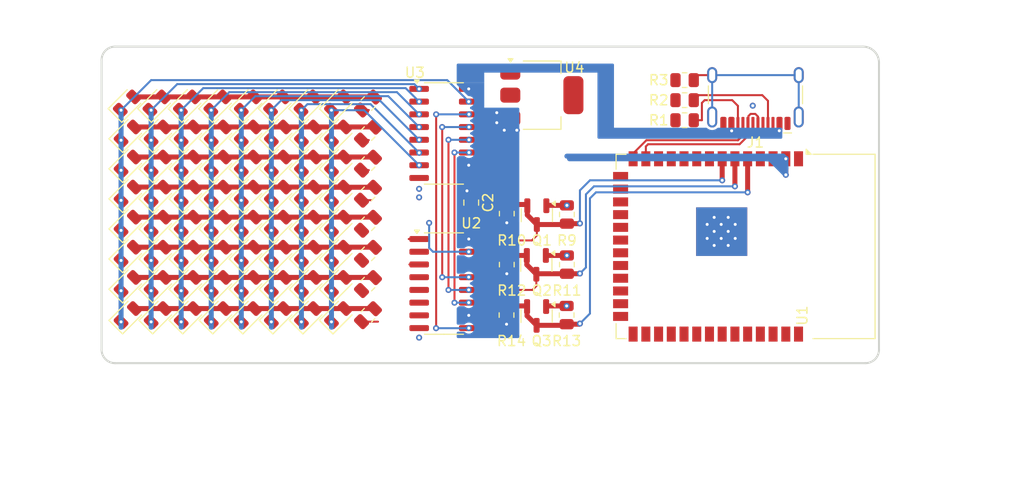
<source format=kicad_pcb>
(kicad_pcb (version 20221018) (generator pcbnew)
  (layers (0 "F.Cu" signal) (31 "B.Cu" signal) (34 "B.Paste" user) (35 "F.Paste" user) (36 "B.SilkS" user "B.Silkscreen") (37 "F.SilkS" user "F.Silkscreen") (38 "B.Mask" user) (39 "F.Mask" user) (44 "Edge.Cuts" user))
  (net 0 "")
  (net 1 "/COL1")
  (net 2 "/COL2")
  (net 4 "/COL3")
  (net 5 "/COL4")
  (net 6 "/COL5")
  (net 7 "/COL6")
  (net 13 "Net-(U1-IO19)")
  (net 14 "Net-(U1-IO20)")
  (net 15 "/COL7")
  (net 40 "/COL8")
  (net 41 "Net-(D1-A)")
  (net 42 "GND")
  (net 43 "+5V")
  (net 44 "Net-(J1-CC1)")
  (net 46 "Net-(J1-CC2)")
  (net 48 "Net-(J1-SHIELD)")
  (net 49 "Net-(D10-A)")
  (net 50 "Net-(D17-A)")
  (net 51 "Net-(D18-A)")
  (net 52 "Net-(D33-A)")
  (net 53 "Net-(D34-A)")
  (net 54 "Net-(D35-A)")
  (net 55 "Net-(D36-A)")
  (net 56 "+3V3")
  (net 57 "/OE")
  (net 58 "/RCLK")
  (net 59 "/SRCLK")
  (net 61 "/SER")
  (net 62 "/ROW1")
  (net 63 "/ROW2")
  (net 64 "/ROW3")
  (net 65 "/ROW4")
  (net 66 "/ROW5")
  (net 67 "/ROW6")
  (net 68 "/ROW7")
  (net 69 "/ROW8")
  (net 70 "Net-(U2-QH')")
  (footprint "Resistor_SMD:R_0805_2012Metric" (layer "F.Cu") (at 123.85 46 180)
    (fp_text reference "R3")
    (fp_text value "5K1")
  )
  (footprint "Resistor_SMD:R_0805_2012Metric" (layer "F.Cu") (at 112.1 64.4125 90)
    (fp_text reference "R11")
    (fp_text value "5K1")
  )
  (footprint "LED_SMD:LED_0805_2012Metric" (layer "F.Cu") (at 80.262913 66.354765 45)
    (fp_text reference "D51" hide)
    (fp_text value "LED_45deg")
  )
  (footprint "Resistor_SMD:R_0805_2012Metric" (layer "F.Cu") (at 123.85 48 180)
    (fp_text reference "R2")
    (fp_text value "5K1")
  )
  (footprint "Resistor_SMD:R_0805_2012Metric" (layer "F.Cu") (at 92.245235 60.337087 45)
    (fp_text reference "R8" hide)
    (fp_text value "200")
  )
  (footprint "LED_SMD:LED_0805_2012Metric" (layer "F.Cu") (at 68.262913 51.337087 45)
    (fp_text reference "D9" hide)
    (fp_text value "LED_45deg")
  )
  (footprint "LED_SMD:LED_0805_2012Metric" (layer "F.Cu") (at 74.262913 60.337087 45)
    (fp_text reference "D41" hide)
    (fp_text value "LED_45deg")
  )
  (footprint "Resistor_SMD:R_0805_2012Metric" (layer "F.Cu") (at 92.245235 63.337087 45)
    (fp_text reference "R15" hide)
    (fp_text value "200")
  )
  (footprint "LED_SMD:LED_0805_2012Metric" (layer "F.Cu") (at 68.262913 69.462913 45)
    (fp_text reference "D36" hide)
    (fp_text value "LED_45deg")
  )
  (footprint "Resistor_SMD:R_0805_2012Metric" (layer "F.Cu") (at 92.245235 54.337087 45)
    (fp_text reference "R6" hide)
    (fp_text value "200")
  )
  (footprint "LED_SMD:LED_0805_2012Metric" (layer "F.Cu") (at 80.262913 54.337087 45)
    (fp_text reference "D25" hide)
    (fp_text value "LED_45deg")
  )
  (footprint "Capacitor_SMD:C_0805_2012Metric" (layer "F.Cu") (at 102.55 58.225 -90)
    (fp_text reference "C2")
    (fp_text value "4.7u")
  )
  (footprint "LED_SMD:LED_0805_2012Metric" (layer "F.Cu") (at 74.262913 66.354765 45)
    (fp_text reference "D43" hide)
    (fp_text value "LED_45deg")
  )
  (footprint "Package_TO_SOT_SMD:SOT-223-3_TabPin2" (layer "F.Cu") (at 109.6 47.5)
    (fp_text reference "U4")
    (fp_text value "LD1117S33TR_SOT223")
  )
  (footprint "LED_SMD:LED_0805_2012Metric" (layer "F.Cu") (at 86.262913 51.337087 45)
    (fp_text reference "D15" hide)
    (fp_text value "LED_45deg")
  )
  (footprint "Resistor_SMD:R_0805_2012Metric" (layer "F.Cu") (at 92.245235 51.337087 45)
    (fp_text reference "R5" hide)
    (fp_text value "200")
  )
  (footprint "LED_SMD:LED_0805_2012Metric" (layer "F.Cu") (at 89.262913 66.354765 45)
    (fp_text reference "D63" hide)
    (fp_text value "LED_45deg")
  )
  (footprint "LED_SMD:LED_0805_2012Metric" (layer "F.Cu") (at 71.262913 51.337087 45)
    (fp_text reference "D10" hide)
    (fp_text value "LED_45deg")
  )
  (footprint "LED_SMD:LED_0805_2012Metric" (layer "F.Cu") (at 89.262913 60.337087 45)
    (fp_text reference "D61" hide)
    (fp_text value "LED_45deg")
  )
  (footprint "LED_SMD:LED_0805_2012Metric" (layer "F.Cu") (at 89.262913 48.337087 45)
    (fp_text reference "D8" hide)
    (fp_text value "LED_45deg")
  )
  (footprint "LED_SMD:LED_0805_2012Metric" (layer "F.Cu") (at 71.262913 63.337087 45)
    (fp_text reference "D38" hide)
    (fp_text value "LED_45deg")
  )
  (footprint "LED_SMD:LED_0805_2012Metric" (layer "F.Cu") (at 86.262913 63.337087 45)
    (fp_text reference "D58" hide)
    (fp_text value "LED_45deg")
  )
  (footprint "LED_SMD:LED_0805_2012Metric" (layer "F.Cu") (at 83.262913 57.337087 45)
    (fp_text reference "D28" hide)
    (fp_text value "LED_45deg")
  )
  (footprint "LED_SMD:LED_0805_2012Metric" (layer "F.Cu") (at 86.222913 48.337087 45)
    (fp_text reference "D7" hide)
    (fp_text value "LED_45deg")
  )
  (footprint "LED_SMD:LED_0805_2012Metric" (layer "F.Cu") (at 68.262913 63.337087 45)
    (fp_text reference "D34" hide)
    (fp_text value "LED_45deg")
  )
  (footprint "LED_SMD:LED_0805_2012Metric" (layer "F.Cu") (at 83.262913 54.337087 45)
    (fp_text reference "D27" hide)
    (fp_text value "LED_45deg")
  )
  (footprint "LED_SMD:LED_0805_2012Metric" (layer "F.Cu") (at 89.262913 63.337087 45)
    (fp_text reference "D62" hide)
    (fp_text value "LED_45deg")
  )
  (footprint "LED_SMD:LED_0805_2012Metric" (layer "F.Cu") (at 71.262913 69.462913 45)
    (fp_text reference "D40" hide)
    (fp_text value "LED_45deg")
  )
  (footprint "LED_SMD:LED_0805_2012Metric" (layer "F.Cu") (at 80.262913 63.337087 45)
    (fp_text reference "D50" hide)
    (fp_text value "LED_45deg")
  )
  (footprint "LED_SMD:LED_0805_2012Metric" (layer "F.Cu") (at 77.262913 69.462913 45)
    (fp_text reference "D48" hide)
    (fp_text value "LED_45deg")
  )
  (footprint "LED_SMD:LED_0805_2012Metric" (layer "F.Cu") (at 80.262913 51.337087 45)
    (fp_text reference "D13" hide)
    (fp_text value "LED_45deg")
  )
  (footprint "LED_SMD:LED_0805_2012Metric" (layer "F.Cu") (at 68.262913 60.337087 45)
    (fp_text reference "D33" hide)
    (fp_text value "LED_45deg")
  )
  (footprint "Resistor_SMD:R_0805_2012Metric" (layer "F.Cu") (at 123.85 50 180)
    (fp_text reference "R1")
    (fp_text value "5K1")
  )
  (footprint "Resistor_SMD:R_0805_2012Metric" (layer "F.Cu") (at 106.075 69.45 -90)
    (fp_text reference "R14")
    (fp_text value "5K1")
  )
  (footprint "LED_SMD:LED_0805_2012Metric" (layer "F.Cu") (at 89.262913 57.337087 45)
    (fp_text reference "D32" hide)
    (fp_text value "LED_45deg")
  )
  (footprint "LED_SMD:LED_0805_2012Metric" (layer "F.Cu") (at 71.262913 54.337087 45)
    (fp_text reference "D19" hide)
    (fp_text value "LED_45deg")
  )
  (footprint "LED_SMD:LED_0805_2012Metric" (layer "F.Cu") (at 77.262913 60.337087 45)
    (fp_text reference "D45" hide)
    (fp_text value "LED_45deg")
  )
  (footprint "LED_SMD:LED_0805_2012Metric" (layer "F.Cu") (at 68.262913 54.337087 45)
    (fp_text reference "D17" hide)
    (fp_text value "LED_45deg")
  )
  (footprint "LED_SMD:LED_0805_2012Metric" (layer "F.Cu") (at 86.262913 69.462913 45)
    (fp_text reference "D60" hide)
    (fp_text value "LED_45deg")
  )
  (footprint "Resistor_SMD:R_0805_2012Metric" (layer "F.Cu") (at 112.075 69.45 90)
    (fp_text reference "R13")
    (fp_text value "5K1")
  )
  (footprint "LED_SMD:LED_0805_2012Metric" (layer "F.Cu") (at 83.262913 51.337087 45)
    (fp_text reference "D14" hide)
    (fp_text value "LED_45deg")
  )
  (footprint "LED_SMD:LED_0805_2012Metric" (layer "F.Cu") (at 74.262913 57.337087 45)
    (fp_text reference "D22" hide)
    (fp_text value "LED_45deg")
  )
  (footprint "Resistor_SMD:R_0805_2012Metric" (layer "F.Cu") (at 106.1 64.4125 -90)
    (fp_text reference "R12")
    (fp_text value "5K1" hide)
  )
  (footprint "LED_SMD:LED_0805_2012Metric" (layer "F.Cu") (at 80.262913 48.337087 45)
    (fp_text reference "D5" hide)
    (fp_text value "LED_45deg")
  )
  (footprint "LED_SMD:LED_0805_2012Metric" (layer "F.Cu") (at 71.262913 60.337087 45)
    (fp_text reference "D37" hide)
    (fp_text value "LED_45deg")
  )
  (footprint "LED_SMD:LED_0805_2012Metric" (layer "F.Cu") (at 74.262913 69.462913 45)
    (fp_text reference "D44" hide)
    (fp_text value "LED_45deg")
  )
  (footprint "RF_Module:ESP32-S3-WROOM-1" (layer "F.Cu") (at 129.96 62.6 -90)
    (fp_text reference "U1")
    (fp_text value "ESP32-S3-WROOM-1")
  )
  (footprint "LED_SMD:LED_0805_2012Metric" (layer "F.Cu") (at 74.262913 51.337087 45)
    (fp_text reference "D11" hide)
    (fp_text value "LED_45deg")
  )
  (footprint "Package_TO_SOT_SMD:SOT-23" (layer "F.Cu") (at 109.1 59.475 -90)
    (fp_text reference "Q1")
    (fp_text value "BSS138")
  )
  (footprint "LED_SMD:LED_0805_2012Metric" (layer "F.Cu") (at 83.262913 66.354765 45)
    (fp_text reference "D55" hide)
    (fp_text value "LED_45deg")
  )
  (footprint "Resistor_SMD:R_0805_2012Metric" (layer "F.Cu") (at 106.1 59.325 -90)
    (fp_text reference "R10")
    (fp_text value "5K1")
  )
  (footprint "LED_SMD:LED_0805_2012Metric" (layer "F.Cu") (at 86.262913 54.337087 45)
    (fp_text reference "D29" hide)
    (fp_text value "LED_45deg")
  )
  (footprint "LED_SMD:LED_0805_2012Metric" (layer "F.Cu") (at 71.262913 66.354765 45)
    (fp_text reference "D39" hide)
    (fp_text value "LED_45deg")
  )
  (footprint "LED_SMD:LED_0805_2012Metric" (layer "F.Cu") (at 77.262913 66.354765 45)
    (fp_text reference "D47" hide)
    (fp_text value "LED_45deg")
  )
  (footprint "LED_SMD:LED_0805_2012Metric" (layer "F.Cu") (at 77.262913 63.337087 45)
    (fp_text reference "D46" hide)
    (fp_text value "LED_45deg")
  )
  (footprint "LED_SMD:LED_0805_2012Metric" (layer "F.Cu") (at 68.262913 66.354765 45)
    (fp_text reference "D35" hide)
    (fp_text value "LED_45deg")
  )
  (footprint "Package_TO_SOT_SMD:SOT-23" (layer "F.Cu") (at 109.075 69.5375 -90)
    (fp_text reference "Q3")
    (fp_text value "BSS138")
  )
  (footprint "LED_SMD:LED_0805_2012Metric" (layer "F.Cu") (at 83.182913 48.337087 45)
    (fp_text reference "D6" hide)
    (fp_text value "LED_45deg")
  )
  (footprint "Resistor_SMD:R_0805_2012Metric" (layer "F.Cu") (at 112.1 59.4125 90)
    (fp_text reference "R9")
    (fp_text value "5K1")
  )
  (footprint "Package_SO:SOIC-16_3.9x9.9mm_P1.27mm" (layer "F.Cu") (at 99.825 51.32)
    (fp_text reference "U3")
    (fp_text value "74HC595")
  )
  (footprint "Connector_USB:USB_C_Receptacle_HCTL_HC-TYPE-C-16P-01A" (layer "F.Cu") (at 130.92 46.575 180)
    (fp_text reference "J1")
    (fp_text value "USB_C_Receptacle_USB2.0_16P")
  )
  (footprint "LED_SMD:LED_0805_2012Metric" (layer "F.Cu") (at 80.262913 57.337087 45)
    (fp_text reference "D26" hide)
    (fp_text value "LED_45deg")
  )
  (footprint "LED_SMD:LED_0805_2012Metric" (layer "F.Cu") (at 68.182913 48.337087 45)
    (fp_text reference "D1" hide)
    (fp_text value "LED_45deg")
  )
  (footprint "LED_SMD:LED_0805_2012Metric" (layer "F.Cu") (at 77.262913 54.337087 45)
    (fp_text reference "D23" hide)
    (fp_text value "LED_45deg")
  )
  (footprint "LED_SMD:LED_0805_2012Metric" (layer "F.Cu") (at 77.262913 57.337087 45)
    (fp_text reference "D24" hide)
    (fp_text value "LED_45deg")
  )
  (footprint "LED_SMD:LED_0805_2012Metric" (layer "F.Cu") (at 89.262913 69.462913 45)
    (fp_text reference "D64" hide)
    (fp_text value "LED_45deg")
  )
  (footprint "LED_SMD:LED_0805_2012Metric" (layer "F.Cu") (at 89.262913 51.337087 45)
    (fp_text reference "D16" hide)
    (fp_text value "LED_45deg")
  )
  (footprint "Resistor_SMD:R_0805_2012Metric" (layer "F.Cu") (at 92.245235 57.337087 45)
    (fp_text reference "R7" hide)
    (fp_text value "200")
  )
  (footprint "Package_TO_SOT_SMD:SOT-23" (layer "F.Cu") (at 109.05 64.4375 -90)
    (fp_text reference "Q2")
    (fp_text value "BSS138")
  )
  (footprint "LED_SMD:LED_0805_2012Metric" (layer "F.Cu") (at 86.262913 66.354765 45)
    (fp_text reference "D59" hide)
    (fp_text value "LED_45deg")
  )
  (footprint "LED_SMD:LED_0805_2012Metric" (layer "F.Cu") (at 83.262913 63.337087 45)
    (fp_text reference "D54" hide)
    (fp_text value "LED_45deg")
  )
  (footprint "LED_SMD:LED_0805_2012Metric" (layer "F.Cu") (at 77.262913 51.337087 45)
    (fp_text reference "D12" hide)
    (fp_text value "LED_45deg")
  )
  (footprint "LED_SMD:LED_0805_2012Metric" (layer "F.Cu") (at 71.262913 57.337087 45)
    (fp_text reference "D20" hide)
    (fp_text value "LED_45deg")
  )
  (footprint "LED_SMD:LED_0805_2012Metric" (layer "F.Cu") (at 74.262913 63.337087 45)
    (fp_text reference "D42" hide)
    (fp_text value "LED_45deg")
  )
  (footprint "Resistor_SMD:R_0805_2012Metric" (layer "F.Cu") (at 92.245235 69.462913 45)
    (fp_text reference "R19" hide)
    (fp_text value "200")
  )
  (footprint "Package_SO:SOIC-16_3.9x9.9mm_P1.27mm" (layer "F.Cu") (at 99.83 66.305)
    (fp_text reference "U2")
    (fp_text value "74HC595")
  )
  (footprint "LED_SMD:LED_0805_2012Metric" (layer "F.Cu") (at 74.182913 48.337087 45)
    (fp_text reference "D3" hide)
    (fp_text value "LED_45deg")
  )
  (footprint "LED_SMD:LED_0805_2012Metric" (layer "F.Cu") (at 89.262913 54.337087 45)
    (fp_text reference "D31" hide)
    (fp_text value "LED_45deg")
  )
  (footprint "LED_SMD:LED_0805_2012Metric" (layer "F.Cu") (at 83.262913 60.337087 45)
    (fp_text reference "D53" hide)
    (fp_text value "LED_45deg")
  )
  (footprint "LED_SMD:LED_0805_2012Metric" (layer "F.Cu") (at 71.142913 48.337087 45)
    (fp_text reference "D2" hide)
    (fp_text value "LED_45deg")
  )
  (footprint "LED_SMD:LED_0805_2012Metric" (layer "F.Cu") (at 86.262913 57.337087 45)
    (fp_text reference "D30" hide)
    (fp_text value "LED_45deg")
  )
  (footprint "LED_SMD:LED_0805_2012Metric" (layer "F.Cu") (at 83.262913 69.462913 45)
    (fp_text reference "D56" hide)
    (fp_text value "LED_45deg")
  )
  (footprint "LED_SMD:LED_0805_2012Metric" (layer "F.Cu") (at 68.262913 57.337087 45)
    (fp_text reference "D18" hide)
    (fp_text value "LED_45deg")
  )
  (footprint "Resistor_SMD:R_0805_2012Metric" (layer "F.Cu") (at 92.245235 66.354765 45)
    (fp_text reference "R16" hide)
    (fp_text value "200")
  )
  (footprint "LED_SMD:LED_0805_2012Metric" (layer "F.Cu") (at 86.262913 60.337087 45)
    (fp_text reference "D57" hide)
    (fp_text value "LED_45deg")
  )
  (footprint "LED_SMD:LED_0805_2012Metric" (layer "F.Cu") (at 80.262913 69.462913 45)
    (fp_text reference "D52" hide)
    (fp_text value "LED_45deg")
  )
  (footprint "LED_SMD:LED_0805_2012Metric" (layer "F.Cu") (at 77.222913 48.337087 45)
    (fp_text reference "D4" hide)
    (fp_text value "LED_45deg")
  )
  (footprint "LED_SMD:LED_0805_2012Metric" (layer "F.Cu") (at 80.262913 60.337087 45)
    (fp_text reference "D49" hide)
    (fp_text value "LED_45deg")
  )
  (footprint "Resistor_SMD:R_0805_2012Metric" (layer "F.Cu") (at 92.245235 48.337087 45)
    (fp_text reference "R4" hide)
    (fp_text value "200")
  )
  (footprint "LED_SMD:LED_0805_2012Metric" (layer "F.Cu") (at 74.262913 54.337087 45)
    (fp_text reference "D21" hide)
    (fp_text value "LED_45deg")
  )
  (gr_arc (start 67 74.25) (mid 66.048685 73.855953) (end 65.654638 72.904638) (stroke (width 0.2)) (layer "Edge.Cuts"))
  (gr_arc (start 65.654638 44) (mid 66.048685 43.048684) (end 67 42.654638) (stroke (width 0.2)) (layer "Edge.Cuts"))
  (gr_arc (start 141.654638 42.654638) (mid 142.78273 43.121908) (end 143.25 44.25) (stroke (width 0.2)) (layer "Edge.Cuts"))
  (gr_line (start 67 42.654638) (end 141.654638 42.654638) (stroke (width 0.2)) (layer "Edge.Cuts"))
  (gr_arc (start 143.25 72.904638) (mid 142.855953 73.855953) (end 141.904638 74.25) (stroke (width 0.2)) (layer "Edge.Cuts"))
  (gr_line (start 143.25 44.25) (end 143.25 72.904638) (stroke (width 0.2)) (layer "Edge.Cuts"))
  (gr_line (start 141.904638 74.25) (end 67 74.25) (stroke (width 0.2)) (layer "Edge.Cuts"))
  (gr_line (start 65.654638 44) (end 65.654638 72.904638) (stroke (width 0.2)) (layer "Edge.Cuts"))
  (via (at 67.6 58) (size 0.6) (drill 0.3) (layers "F.Cu" "B.Cu") (net 1))
  (via (at 67.6 49) (size 0.6) (drill 0.3) (layers "F.Cu" "B.Cu") (net 1))
  (via (at 67.6 55) (size 0.6) (drill 0.3) (layers "F.Cu" "B.Cu") (net 1))
  (via (at 102.3 48.145) (size 0.6) (drill 0.3) (layers "F.Cu" "B.Cu") (net 1))
  (via (at 67.6 67.017678) (size 0.6) (drill 0.3) (layers "F.Cu" "B.Cu") (net 1))
  (via (at 67.6 61) (size 0.6) (drill 0.3) (layers "F.Cu" "B.Cu") (net 1))
  (via (at 67.6 52) (size 0.6) (drill 0.3) (layers "F.Cu" "B.Cu") (net 1))
  (via (at 67.6 64) (size 0.6) (drill 0.3) (layers "F.Cu" "B.Cu") (net 1))
  (via (at 67.6 70.125826) (size 0.6) (drill 0.3) (layers "F.Cu" "B.Cu") (net 1))
  (segment (start 67.6 70.662913) (end 67.6 49) (width 0.5) (layer "B.Cu") (net 1))
  (segment (start 102.305 48.15) (end 100.155 46) (width 0.2) (layer "B.Cu") (net 1))
  (segment (start 70.6 46) (end 67.6 49) (width 0.2) (layer "B.Cu") (net 1))
  (segment (start 100.155 46) (end 70.6 46) (width 0.2) (layer "B.Cu") (net 1))
  (via (at 70.6 58) (size 0.6) (drill 0.3) (layers "F.Cu" "B.Cu") (net 2))
  (via (at 70.6 70.125826) (size 0.6) (drill 0.3) (layers "F.Cu" "B.Cu") (net 2))
  (via (at 70.6 64) (size 0.6) (drill 0.3) (layers "F.Cu" "B.Cu") (net 2))
  (via (at 70.6 61) (size 0.6) (drill 0.3) (layers "F.Cu" "B.Cu") (net 2))
  (via (at 70.6 67.017678) (size 0.6) (drill 0.3) (layers "F.Cu" "B.Cu") (net 2))
  (via (at 97.35 46.875) (size 0.6) (drill 0.3) (layers "F.Cu" "B.Cu") (net 2))
  (via (at 70.6 55) (size 0.6) (drill 0.3) (layers "F.Cu" "B.Cu") (net 2))
  (via (at 70.6 49) (size 0.6) (drill 0.3) (layers "F.Cu" "B.Cu") (net 2))
  (via (at 70.6 52) (size 0.6) (drill 0.3) (layers "F.Cu" "B.Cu") (net 2))
  (segment (start 70.6 49) (end 73.2 46.4) (width 0.2) (layer "B.Cu") (net 2))
  (segment (start 73.2 46.4) (end 96.875 46.4) (width 0.2) (layer "B.Cu") (net 2))
  (segment (start 96.875 46.4) (end 97.35 46.875) (width 0.2) (layer "B.Cu") (net 2))
  (segment (start 70.6 49) (end 70.6 70.662913) (width 0.5) (layer "B.Cu") (net 2))
  (via (at 73.6 58) (size 0.6) (drill 0.3) (layers "F.Cu" "B.Cu") (net 4))
  (via (at 73.6 67.017678) (size 0.6) (drill 0.3) (layers "F.Cu" "B.Cu") (net 4))
  (via (at 73.6 52) (size 0.6) (drill 0.3) (layers "F.Cu" "B.Cu") (net 4))
  (via (at 73.6 49) (size 0.6) (drill 0.3) (layers "F.Cu" "B.Cu") (net 4))
  (via (at 73.6 61) (size 0.6) (drill 0.3) (layers "F.Cu" "B.Cu") (net 4))
  (via (at 73.6 70.125826) (size 0.6) (drill 0.3) (layers "F.Cu" "B.Cu") (net 4))
  (via (at 97.35 48.145) (size 0.6) (drill 0.3) (layers "F.Cu" "B.Cu") (net 4))
  (via (at 73.6 64) (size 0.6) (drill 0.3) (layers "F.Cu" "B.Cu") (net 4))
  (via (at 73.6 55) (size 0.6) (drill 0.3) (layers "F.Cu" "B.Cu") (net 4))
  (segment (start 73.6 70.662913) (end 73.6 49) (width 0.5) (layer "B.Cu") (net 4))
  (segment (start 75.8 46.8) (end 96.005 46.8) (width 0.2) (layer "B.Cu") (net 4))
  (segment (start 73.6 49) (end 75.8 46.8) (width 0.2) (layer "B.Cu") (net 4))
  (segment (start 96.005 46.8) (end 97.35 48.145) (width 0.2) (layer "B.Cu") (net 4))
  (via (at 97.35 49.415) (size 0.6) (drill 0.3) (layers "F.Cu" "B.Cu") (net 5))
  (via (at 76.6 58) (size 0.6) (drill 0.3) (layers "F.Cu" "B.Cu") (net 5))
  (via (at 76.6 49) (size 0.6) (drill 0.3) (layers "F.Cu" "B.Cu") (net 5))
  (via (at 76.6 52) (size 0.6) (drill 0.3) (layers "F.Cu" "B.Cu") (net 5))
  (via (at 76.6 70.125826) (size 0.6) (drill 0.3) (layers "F.Cu" "B.Cu") (net 5))
  (via (at 76.6 64) (size 0.6) (drill 0.3) (layers "F.Cu" "B.Cu") (net 5))
  (via (at 76.6 61) (size 0.6) (drill 0.3) (layers "F.Cu" "B.Cu") (net 5))
  (via (at 76.6 55) (size 0.6) (drill 0.3) (layers "F.Cu" "B.Cu") (net 5))
  (via (at 76.6 67.017678) (size 0.6) (drill 0.3) (layers "F.Cu" "B.Cu") (net 5))
  (segment (start 78.4 47.2) (end 95.135 47.2) (width 0.2) (layer "B.Cu") (net 5))
  (segment (start 95.135 47.2) (end 97.35 49.415) (width 0.2) (layer "B.Cu") (net 5))
  (segment (start 76.6 49) (end 78.4 47.2) (width 0.2) (layer "B.Cu") (net 5))
  (segment (start 76.6 49) (end 76.6 70.662913) (width 0.5) (layer "B.Cu") (net 5))
  (via (at 79.6 67.017678) (size 0.6) (drill 0.3) (layers "F.Cu" "B.Cu") (net 6))
  (via (at 79.6 70.125826) (size 0.6) (drill 0.3) (layers "F.Cu" "B.Cu") (net 6))
  (via (at 79.6 55) (size 0.6) (drill 0.3) (layers "F.Cu" "B.Cu") (net 6))
  (via (at 97.35 50.685) (size 0.6) (drill 0.3) (layers "F.Cu" "B.Cu") (net 6))
  (via (at 79.6 61) (size 0.6) (drill 0.3) (layers "F.Cu" "B.Cu") (net 6))
  (via (at 79.6 58) (size 0.6) (drill 0.3) (layers "F.Cu" "B.Cu") (net 6))
  (via (at 79.6 64) (size 0.6) (drill 0.3) (layers "F.Cu" "B.Cu") (net 6))
  (via (at 79.6 52) (size 0.6) (drill 0.3) (layers "F.Cu" "B.Cu") (net 6))
  (via (at 79.6 49) (size 0.6) (drill 0.3) (layers "F.Cu" "B.Cu") (net 6))
  (segment (start 79.6 70.662913) (end 79.6 49) (width 0.5) (layer "B.Cu") (net 6))
  (segment (start 81 47.6) (end 94.265 47.6) (width 0.2) (layer "B.Cu") (net 6))
  (segment (start 94.265 47.6) (end 97.35 50.685) (width 0.2) (layer "B.Cu") (net 6))
  (segment (start 79.6 49) (end 81 47.6) (width 0.2) (layer "B.Cu") (net 6))
  (via (at 82.6 64) (size 0.6) (drill 0.3) (layers "F.Cu" "B.Cu") (net 7))
  (via (at 82.6 49) (size 0.6) (drill 0.3) (layers "F.Cu" "B.Cu") (net 7))
  (via (at 82.6 58) (size 0.6) (drill 0.3) (layers "F.Cu" "B.Cu") (net 7))
  (via (at 82.6 52) (size 0.6) (drill 0.3) (layers "F.Cu" "B.Cu") (net 7))
  (via (at 82.6 61) (size 0.6) (drill 0.3) (layers "F.Cu" "B.Cu") (net 7))
  (via (at 82.6 67.017678) (size 0.6) (drill 0.3) (layers "F.Cu" "B.Cu") (net 7))
  (via (at 82.6 70.125826) (size 0.6) (drill 0.3) (layers "F.Cu" "B.Cu") (net 7))
  (via (at 97.35 51.955) (size 0.6) (drill 0.3) (layers "F.Cu" "B.Cu") (net 7))
  (via (at 82.6 55) (size 0.6) (drill 0.3) (layers "F.Cu" "B.Cu") (net 7))
  (segment (start 93.395 48) (end 97.35 51.955) (width 0.2) (layer "B.Cu") (net 7))
  (segment (start 82.6 49) (end 82.6 70.662913) (width 0.5) (layer "B.Cu") (net 7))
  (segment (start 82.6 49) (end 83.6 48) (width 0.2) (layer "B.Cu") (net 7))
  (segment (start 83.6 48) (end 93.395 48) (width 0.2) (layer "B.Cu") (net 7))
  (segment (start 129.338096 52.4) (end 130.67 51.068096) (width 0.2) (layer "F.Cu") (net 13))
  (segment (start 131.67 51.00241) (end 131.40241 51.27) (width 0.2) (layer "F.Cu") (net 13))
  (segment (start 119.98 53.85) (end 119.98 52.62) (width 0.2) (layer "F.Cu") (net 13))
  (segment (start 119.98 52.62) (end 120.2 52.4) (width 0.2) (layer "F.Cu") (net 13))
  (segment (start 130.67 51.00241) (end 130.67 50.32) (width 0.2) (layer "F.Cu") (net 13))
  (segment (start 130.93759 51.27) (end 130.67 51.00241) (width 0.2) (layer "F.Cu") (net 13))
  (segment (start 120.2 52.4) (end 129.338096 52.4) (width 0.2) (layer "F.Cu") (net 13))
  (segment (start 131.67 50.32) (end 131.67 51.00241) (width 0.2) (layer "F.Cu") (net 13))
  (segment (start 131.40241 51.27) (end 130.93759 51.27) (width 0.2) (layer "F.Cu") (net 13))
  (segment (start 130.67 51.068096) (end 130.67 50.32) (width 0.2) (layer "F.Cu") (net 13))
  (segment (start 129.17241 52) (end 130.17 51.00241) (width 0.2) (layer "F.Cu") (net 14))
  (segment (start 118.71 53.324314) (end 120.034314 52) (width 0.2) (layer "F.Cu") (net 14))
  (segment (start 130.22 49.58759) (end 130.43759 49.37) (width 0.2) (layer "F.Cu") (net 14))
  (segment (start 130.90241 49.37) (end 131.17 49.63759) (width 0.2) (layer "F.Cu") (net 14))
  (segment (start 130.17 51.00241) (end 130.17 50.32) (width 0.2) (layer "F.Cu") (net 14))
  (segment (start 120.034314 52) (end 129.17241 52) (width 0.2) (layer "F.Cu") (net 14))
  (segment (start 130.22 50.95241) (end 130.22 49.58759) (width 0.2) (layer "F.Cu") (net 14))
  (segment (start 118.71 53.85) (end 118.71 53.324314) (width 0.2) (layer "F.Cu") (net 14))
  (segment (start 131.17 49.63759) (end 131.17 50.32) (width 0.2) (layer "F.Cu") (net 14))
  (segment (start 130.43759 49.37) (end 130.90241 49.37) (width 0.2) (layer "F.Cu") (net 14))
  (segment (start 129.17241 52) (end 130.22 50.95241) (width 0.2) (layer "F.Cu") (net 14))
  (via (at 85.6 64) (size 0.6) (drill 0.3) (layers "F.Cu" "B.Cu") (net 15))
  (via (at 85.6 67.017678) (size 0.6) (drill 0.3) (layers "F.Cu" "B.Cu") (net 15))
  (via (at 85.6 61) (size 0.6) (drill 0.3) (layers "F.Cu" "B.Cu") (net 15))
  (via (at 85.6 55) (size 0.6) (drill 0.3) (layers "F.Cu" "B.Cu") (net 15))
  (via (at 85.6 70.125826) (size 0.6) (drill 0.3) (layers "F.Cu" "B.Cu") (net 15))
  (via (at 85.6 58) (size 0.6) (drill 0.3) (layers "F.Cu" "B.Cu") (net 15))
  (via (at 85.6 49) (size 0.6) (drill 0.3) (layers "F.Cu" "B.Cu") (net 15))
  (via (at 97.355 53.25) (size 0.6) (drill 0.3) (layers "F.Cu" "B.Cu") (net 15))
  (via (at 85.6 52) (size 0.6) (drill 0.3) (layers "F.Cu" "B.Cu") (net 15))
  (segment (start 85.6 70.662913) (end 85.6 49) (width 0.5) (layer "B.Cu") (net 15))
  (segment (start 85.6 49) (end 85.6 52) (width 0.5) (layer "B.Cu") (net 15))
  (segment (start 92.505 48.4) (end 86.2 48.4) (width 0.2) (layer "B.Cu") (net 15))
  (segment (start 86.2 48.4) (end 85.6 49) (width 0.2) (layer "B.Cu") (net 15))
  (segment (start 97.355 53.25) (end 92.505 48.4) (width 0.2) (layer "B.Cu") (net 15))
  (via (at 88.6 67.017678) (size 0.6) (drill 0.3) (layers "F.Cu" "B.Cu") (net 40))
  (via (at 88.6 61) (size 0.6) (drill 0.3) (layers "F.Cu" "B.Cu") (net 40))
  (via (at 88.6 64) (size 0.6) (drill 0.3) (layers "F.Cu" "B.Cu") (net 40))
  (via (at 88.6 52) (size 0.6) (drill 0.3) (layers "F.Cu" "B.Cu") (net 40))
  (via (at 88.6 55) (size 0.6) (drill 0.3) (layers "F.Cu" "B.Cu") (net 40))
  (via (at 88.6 58) (size 0.6) (drill 0.3) (layers "F.Cu" "B.Cu") (net 40))
  (via (at 88.6 70.125826) (size 0.6) (drill 0.3) (layers "F.Cu" "B.Cu") (net 40))
  (via (at 88.6 49) (size 0.6) (drill 0.3) (layers "F.Cu" "B.Cu") (net 40))
  (via (at 97.35 54.495) (size 0.6) (drill 0.3) (layers "F.Cu" "B.Cu") (net 40))
  (segment (start 88.6 49) (end 91.855 49) (width 0.2) (layer "B.Cu") (net 40))
  (segment (start 88.6 49) (end 88.6 70.662913) (width 0.5) (layer "B.Cu") (net 40))
  (segment (start 91.855 49) (end 97.35 54.495) (width 0.2) (layer "B.Cu") (net 40))
  (segment (start 92.855114 47.674174) (end 92.89047 47.70953) (width 0.5) (layer "F.Cu") (net 41))
  (segment (start 89.925826 47.674174) (end 92.855114 47.674174) (width 0.5) (layer "F.Cu") (net 41))
  (segment (start 89.925826 47.674174) (end 68.845826 47.674174) (width 0.5) (layer "F.Cu") (net 41))
  (via (at 97.35 57.7) (size 0.6) (drill 0.3) (layers "F.Cu" "B.Cu") (net 42))
  (via (at 97.35 71.7) (size 0.6) (drill 0.3) (layers "F.Cu" "B.Cu") (net 42))
  (via (at 130.65 48.55) (size 0.6) (drill 0.3) (layers "F.Cu" "B.Cu") (net 42))
  (via (at 97.35 56.85) (size 0.6) (drill 0.3) (layers "F.Cu" "B.Cu") (net 42))
  (segment (start 106 50.25) (end 106.45 49.8) (width 0.2) (layer "F.Cu") (net 43))
  (segment (start 105.85 51) (end 105.85 50.4) (width 0.2) (layer "F.Cu") (net 43))
  (segment (start 102.775 46.875) (end 102.3 46.875) (width 0.2) (layer "F.Cu") (net 43))
  (segment (start 107.1 50.45) (end 106.45 49.8) (width 0.2) (layer "F.Cu") (net 43))
  (segment (start 105.1 49.25) (end 105.9 49.25) (width 0.2) (layer "F.Cu") (net 43))
  (segment (start 107.1 51) (end 107.1 50.45) (width 0.2) (layer "F.Cu") (net 43))
  (segment (start 105.9 49.25) (end 106.45 49.8) (width 0.2) (layer "F.Cu") (net 43))
  (segment (start 105.1 50.25) (end 106 50.25) (width 0.2) (layer "F.Cu") (net 43))
  (segment (start 105.85 50.4) (end 106.45 49.8) (width 0.2) (layer "F.Cu") (net 43))
  (via (at 102.125 57.05) (size 0.6) (drill 0.3) (layers "F.Cu" "B.Cu") (net 43))
  (via (at 133.298804 51.052951) (size 0.6) (drill 0.3) (layers "F.Cu" "B.Cu") (net 43))
  (via (at 102.3 54.495) (size 0.6) (drill 0.3) (layers "F.Cu" "B.Cu") (net 43))
  (via (at 106.1 60.2375) (size 0.6) (drill 0.3) (layers "F.Cu" "B.Cu") (net 43))
  (via (at 105.1 50.25) (size 0.6) (drill 0.3) (layers "F.Cu" "B.Cu") (net 43))
  (via (at 102.305 61.86) (size 0.6) (drill 0.3) (layers "F.Cu" "B.Cu") (net 43))
  (via (at 106.075 70.3625) (size 0.6) (drill 0.3) (layers "F.Cu" "B.Cu") (net 43))
  (via (at 106.1 65.325) (size 0.6) (drill 0.3) (layers "F.Cu" "B.Cu") (net 43))
  (via (at 102.3 46.875) (size 0.6) (drill 0.3) (layers "F.Cu" "B.Cu") (net 43))
  (via (at 128.543377 51.060877) (size 0.6) (drill 0.3) (layers "F.Cu" "B.Cu") (net 43))
  (via (at 105.85 51) (size 0.6) (drill 0.3) (layers "F.Cu" "B.Cu") (net 43))
  (via (at 105.1 49.25) (size 0.6) (drill 0.3) (layers "F.Cu" "B.Cu") (net 43))
  (via (at 102.305 69.48) (size 0.6) (drill 0.3) (layers "F.Cu" "B.Cu") (net 43))
  (via (at 107.1 51) (size 0.6) (drill 0.3) (layers "F.Cu" "B.Cu") (net 43))
  (segment (start 128.543377 51.060877) (end 128.551303 51.052951) (width 0.5) (layer "B.Cu") (net 43))
  (segment (start 128.551303 51.052951) (end 133.298804 51.052951) (width 0.5) (layer "B.Cu") (net 43))
  (segment (start 132.17 48.07) (end 132.17 50.32) (width 0.2) (layer "F.Cu") (net 44))
  (segment (start 125.2625 47.5) (end 131.6 47.5) (width 0.2) (layer "F.Cu") (net 44))
  (segment (start 131.6 47.5) (end 132.17 48.07) (width 0.2) (layer "F.Cu") (net 44))
  (segment (start 124.7625 48) (end 125.2625 47.5) (width 0.2) (layer "F.Cu") (net 44))
  (segment (start 124.6 49.998629) (end 125.575 49.998629) (width 0.2) (layer "F.Cu") (net 46))
  (segment (start 125.575 48.275) (end 125.85 48) (width 0.2) (layer "F.Cu") (net 46))
  (segment (start 129.17 48.57) (end 129.17 50.32) (width 0.2) (layer "F.Cu") (net 46))
  (segment (start 128.6 48) (end 129.17 48.57) (width 0.2) (layer "F.Cu") (net 46))
  (segment (start 125.85 48) (end 128.6 48) (width 0.2) (layer "F.Cu") (net 46))
  (segment (start 125.575 49.998629) (end 125.575 48.275) (width 0.2) (layer "F.Cu") (net 46))
  (segment (start 124.7625 50) (end 124.7625 49.498629) (width 0.2) (layer "F.Cu") (net 46))
  (segment (start 124.7625 46) (end 124.7625 45.5) (width 0.2) (layer "F.Cu") (net 48))
  (segment (start 125.1 45.5) (end 126.6 45.5) (width 0.2) (layer "F.Cu") (net 48))
  (segment (start 126.6 49.68) (end 126.6 45.5) (width 0.2) (layer "B.Cu") (net 48))
  (segment (start 126.6 45.5) (end 135.24 45.5) (width 0.2) (layer "B.Cu") (net 48))
  (segment (start 135.24 45.5) (end 135.24 49.68) (width 0.2) (layer "B.Cu") (net 48))
  (segment (start 68.925826 50.674174) (end 89.925826 50.674174) (width 0.5) (layer "F.Cu") (net 49))
  (segment (start 89.925826 50.674174) (end 92.855114 50.674174) (width 0.5) (layer "F.Cu") (net 49))
  (segment (start 89.925826 53.674174) (end 92.872792 53.674174) (width 0.5) (layer "F.Cu") (net 50))
  (segment (start 85.6 53.674174) (end 89.925826 53.674174) (width 0.5) (layer "F.Cu") (net 50))
  (segment (start 83.925826 53.674174) (end 85.6 53.674174) (width 0.5) (layer "F.Cu") (net 50))
  (segment (start 85.6 53.674174) (end 86.925826 53.674174) (width 0.5) (layer "F.Cu") (net 50))
  (segment (start 68.925826 53.674174) (end 76.6 53.674174) (width 0.5) (layer "F.Cu") (net 50))
  (segment (start 76.6 53.674174) (end 83.925826 53.674174) (width 0.5) (layer "F.Cu") (net 50))
  (segment (start 76.6 53.674174) (end 77.925826 53.674174) (width 0.5) (layer "F.Cu") (net 50))
  (segment (start 88.6 56.674174) (end 89.925826 56.674174) (width 0.5) (layer "F.Cu") (net 51))
  (segment (start 88.617678 56.691852) (end 92.89047 56.691852) (width 0.5) (layer "F.Cu") (net 51))
  (segment (start 88.6 56.674174) (end 88.617678 56.691852) (width 0.5) (layer "F.Cu") (net 51))
  (segment (start 68.925826 56.674174) (end 77.925826 56.674174) (width 0.5) (layer "F.Cu") (net 51))
  (segment (start 77.925826 56.674174) (end 88.6 56.674174) (width 0.5) (layer "F.Cu") (net 51))
  (segment (start 68.925826 59.674174) (end 71.925826 59.674174) (width 0.5) (layer "F.Cu") (net 52))
  (segment (start 73.6 59.674174) (end 76.6 59.674174) (width 0.5) (layer "F.Cu") (net 52))
  (segment (start 71.925826 59.674174) (end 73.6 59.674174) (width 0.5) (layer "F.Cu") (net 52))
  (segment (start 76.6 59.674174) (end 82.6 59.674174) (width 0.5) (layer "F.Cu") (net 52))
  (segment (start 89.925826 59.674174) (end 92.855114 59.674174) (width 0.5) (layer "F.Cu") (net 52))
  (segment (start 73.6 59.674174) (end 74.925826 59.674174) (width 0.5) (layer "F.Cu") (net 52))
  (segment (start 76.6 59.674174) (end 77.925826 59.674174) (width 0.5) (layer "F.Cu") (net 52))
  (segment (start 82.6 59.674174) (end 83.925826 59.674174) (width 0.5) (layer "F.Cu") (net 52))
  (segment (start 82.6 59.674174) (end 89.925826 59.674174) (width 0.5) (layer "F.Cu") (net 52))
  (segment (start 86.925826 62.674174) (end 89.925826 62.674174) (width 0.5) (layer "F.Cu") (net 53))
  (segment (start 89.925826 62.674174) (end 92.872792 62.674174) (width 0.5) (layer "F.Cu") (net 53))
  (segment (start 74.925826 62.674174) (end 76.6 62.674174) (width 0.5) (layer "F.Cu") (net 53))
  (segment (start 70.6 62.674174) (end 71.925826 62.674174) (width 0.5) (layer "F.Cu") (net 53))
  (segment (start 68.925826 62.674174) (end 70.6 62.674174) (width 0.5) (layer "F.Cu") (net 53))
  (segment (start 80.925826 62.674174) (end 82.6 62.674174) (width 0.5) (layer "F.Cu") (net 53))
  (segment (start 82.6 62.674174) (end 86.925826 62.674174) (width 0.5) (layer "F.Cu") (net 53))
  (segment (start 70.6 62.674174) (end 74.925826 62.674174) (width 0.5) (layer "F.Cu") (net 53))
  (segment (start 82.6 62.674174) (end 83.925826 62.674174) (width 0.5) (layer "F.Cu") (net 53))
  (segment (start 76.6 62.674174) (end 77.925826 62.674174) (width 0.5) (layer "F.Cu") (net 53))
  (segment (start 76.6 62.674174) (end 80.925826 62.674174) (width 0.5) (layer "F.Cu") (net 53))
  (segment (start 89.925826 65.691852) (end 92.872792 65.691852) (width 0.5) (layer "F.Cu") (net 54))
  (segment (start 80.925826 65.691852) (end 85.6 65.691852) (width 0.5) (layer "F.Cu") (net 54))
  (segment (start 73.6 65.691852) (end 83.925826 65.691852) (width 0.5) (layer "F.Cu") (net 54))
  (segment (start 85.6 65.691852) (end 89.925826 65.691852) (width 0.5) (layer "F.Cu") (net 54))
  (segment (start 68.925826 65.691852) (end 71.925826 65.691852) (width 0.5) (layer "F.Cu") (net 54))
  (segment (start 71.925826 65.691852) (end 73.6 65.691852) (width 0.5) (layer "F.Cu") (net 54))
  (segment (start 85.6 65.691852) (end 86.925826 65.691852) (width 0.5) (layer "F.Cu") (net 54))
  (segment (start 73.6 65.691852) (end 74.925826 65.691852) (width 0.5) (layer "F.Cu") (net 54))
  (segment (start 89.925826 68.8) (end 92.872792 68.8) (width 0.5) (layer "F.Cu") (net 55))
  (segment (start 68.925826 68.8) (end 90.262913 68.8) (width 0.5) (layer "F.Cu") (net 55))
  (segment (start 110.0875 58.5) (end 110.05 58.5375) (width 0.5) (layer "F.Cu") (net 56))
  (segment (start 110.0875 68.5375) (end 110.025 68.6) (width 0.5) (layer "F.Cu") (net 56))
  (segment (start 133.95 55.45) (end 133.95 53.85) (width 0.5) (layer "F.Cu") (net 56))
  (segment (start 112.1 58.5) (end 110.0875 58.5) (width 0.5) (layer "F.Cu") (net 56))
  (segment (start 112.075 68.5375) (end 110.0875 68.5375) (width 0.5) (layer "F.Cu") (net 56))
  (segment (start 112.1 63.5) (end 110 63.5) (width 0.5) (layer "F.Cu") (net 56))
  (via (at 133.95 55.45) (size 0.6) (drill 0.3) (layers "F.Cu" "B.Cu") (net 56))
  (via (at 112.075 68.5375) (size 0.6) (drill 0.3) (layers "F.Cu" "B.Cu") (net 56))
  (via (at 133.95 53.85) (size 0.6) (drill 0.3) (layers "F.Cu" "B.Cu") (net 56))
  (via (at 112.1 63.5) (size 0.6) (drill 0.3) (layers "F.Cu" "B.Cu") (net 56))
  (via (at 112.1 58.5) (size 0.6) (drill 0.3) (layers "F.Cu" "B.Cu") (net 56))
  (segment (start 132.1 53.85) (end 112.3625 53.85) (width 0.5) (layer "B.Cu") (net 56))
  (segment (start 133.95 54.8) (end 133.95 54.55) (width 0.5) (layer "B.Cu") (net 56))
  (segment (start 133.95 54.55) (end 133.25 53.85) (width 0.5) (layer "B.Cu") (net 56))
  (segment (start 133.95 54.8) (end 133.95 53.85) (width 0.5) (layer "B.Cu") (net 56))
  (segment (start 133.6875 53.5875) (end 133.95 53.85) (width 0.5) (layer "B.Cu") (net 56))
  (segment (start 133.85 54.8) (end 132.9 53.85) (width 0.5) (layer "B.Cu") (net 56))
  (segment (start 133.95 53.85) (end 133.25 53.85) (width 0.5) (layer "B.Cu") (net 56))
  (segment (start 133.25 53.85) (end 132.9 53.85) (width 0.5) (layer "B.Cu") (net 56))
  (segment (start 132.9 53.85) (end 132.1 53.85) (width 0.5) (layer "B.Cu") (net 56))
  (segment (start 133.95 55.45) (end 133.95 54.8) (width 0.5) (layer "B.Cu") (net 56))
  (segment (start 132.35 53.85) (end 132.1 53.85) (width 0.5) (layer "B.Cu") (net 56))
  (segment (start 112.1 53.5875) (end 133.6875 53.5875) (width 0.5) (layer "B.Cu") (net 56))
  (segment (start 133.95 55.45) (end 132.35 53.85) (width 0.5) (layer "B.Cu") (net 56))
  (segment (start 133.95 54.8) (end 133.85 54.8) (width 0.5) (layer "B.Cu") (net 56))
  (segment (start 113.375 60.325) (end 113.4 60.3) (width 0.5) (layer "F.Cu") (net 57))
  (segment (start 109.1 61.5) (end 109.1 60.4125) (width 0.2) (layer "F.Cu") (net 57))
  (segment (start 112.0125 60.4125) (end 112.1 60.325) (width 0.5) (layer "F.Cu") (net 57))
  (segment (start 112.1 60.325) (end 113.375 60.325) (width 0.5) (layer "F.Cu") (net 57))
  (segment (start 104.6 62.5) (end 105.1 62) (width 0.2) (layer "F.Cu") (net 57))
  (segment (start 106.1 58.4125) (end 108.025 58.4125) (width 0.5) (layer "F.Cu") (net 57))
  (segment (start 108.15 59.4625) (end 109.1 60.4125) (width 0.5) (layer "F.Cu") (net 57))
  (segment (start 104.057756 65.67) (end 104.6 65.127756) (width 0.2) (layer "F.Cu") (net 57))
  (segment (start 104.6 65.127756) (end 104.6 62.5) (width 0.2) (layer "F.Cu") (net 57))
  (segment (start 109.1 60.4125) (end 112.0125 60.4125) (width 0.5) (layer "F.Cu") (net 57))
  (segment (start 99.65 50.685) (end 99.655 50.69) (width 0.2) (layer "F.Cu") (net 57))
  (segment (start 102.305 65.67) (end 104.057756 65.67) (width 0.2) (layer "F.Cu") (net 57))
  (segment (start 108.15 58.5375) (end 108.15 59.4625) (width 0.5) (layer "F.Cu") (net 57))
  (segment (start 105.1 62) (end 108.6 62) (width 0.2) (layer "F.Cu") (net 57))
  (segment (start 108.025 58.4125) (end 108.15 58.5375) (width 0.5) (layer "F.Cu") (net 57))
  (segment (start 99.655 50.69) (end 99.655 65.6725) (width 0.2) (layer "F.Cu") (net 57))
  (segment (start 108.6 62) (end 109.1 61.5) (width 0.2) (layer "F.Cu") (net 57))
  (segment (start 127.6 56) (end 127.6 53.85) (width 0.5) (layer "F.Cu") (net 57))
  (via (at 102.3 65.6625) (size 0.6) (drill 0.3) (layers "F.Cu" "B.Cu") (net 57))
  (via (at 102.325 50.685) (size 0.6) (drill 0.3) (layers "F.Cu" "B.Cu") (net 57))
  (via (at 99.65 50.685) (size 0.6) (drill 0.3) (layers "F.Cu" "B.Cu") (net 57))
  (via (at 113.4 60.3) (size 0.6) (drill 0.3) (layers "F.Cu" "B.Cu") (net 57))
  (via (at 99.655 65.6725) (size 0.6) (drill 0.3) (layers "F.Cu" "B.Cu") (net 57))
  (via (at 127.6 56) (size 0.6) (drill 0.3) (layers "F.Cu" "B.Cu") (net 57))
  (segment (start 102.325 50.685) (end 99.65 50.685) (width 0.2) (layer "B.Cu") (net 57))
  (segment (start 113.4 57) (end 114.4 56) (width 0.2) (layer "B.Cu") (net 57))
  (segment (start 99.655 65.6725) (end 102.18 65.6725) (width 0.2) (layer "B.Cu") (net 57))
  (segment (start 114.4 56) (end 127.6 56) (width 0.2) (layer "B.Cu") (net 57))
  (segment (start 113.4 60.3) (end 113.4 57) (width 0.2) (layer "B.Cu") (net 57))
  (segment (start 102.04 66.9425) (end 102.53 66.8025) (width 0.2) (layer "F.Cu") (net 58))
  (segment (start 108.1 64.425) (end 109.05 65.375) (width 0.5) (layer "F.Cu") (net 58))
  (segment (start 109.05 66.55) (end 109.05 65.375) (width 0.2) (layer "F.Cu") (net 58))
  (segment (start 128.87 56.6) (end 128.87 53.85) (width 0.5) (layer "F.Cu") (net 58))
  (segment (start 108.1 63.5) (end 108.1 64.425) (width 0.5) (layer "F.Cu") (net 58))
  (segment (start 113.375 65.325) (end 113.4 65.3) (width 0.5) (layer "F.Cu") (net 58))
  (segment (start 112.1 65.325) (end 113.375 65.325) (width 0.5) (layer "F.Cu") (net 58))
  (segment (start 102.18 66.9425) (end 102.04 66.9425) (width 0.2) (layer "F.Cu") (net 58))
  (segment (start 109.1 65.325) (end 109.05 65.375) (width 0.5) (layer "F.Cu") (net 58))
  (segment (start 100.28 66.9425) (end 100.28 51.955) (width 0.2) (layer "F.Cu") (net 58))
  (segment (start 108.66 66.94) (end 109.05 66.55) (width 0.2) (layer "F.Cu") (net 58))
  (segment (start 102.305 66.94) (end 108.66 66.94) (width 0.2) (layer "F.Cu") (net 58))
  (segment (start 112.1 65.325) (end 109.1 65.325) (width 0.5) (layer "F.Cu") (net 58))
  (segment (start 106.1 63.5) (end 108.1 63.5) (width 0.5) (layer "F.Cu") (net 58))
  (via (at 100.28 66.9425) (size 0.6) (drill 0.3) (layers "F.Cu" "B.Cu") (net 58))
  (via (at 113.4 65.3) (size 0.6) (drill 0.3) (layers "F.Cu" "B.Cu") (net 58))
  (via (at 100.28 51.955) (size 0.6) (drill 0.3) (layers "F.Cu" "B.Cu") (net 58))
  (via (at 102.3 66.9325) (size 0.6) (drill 0.3) (layers "F.Cu" "B.Cu") (net 58))
  (via (at 102.325 51.955) (size 0.6) (drill 0.3) (layers "F.Cu" "B.Cu") (net 58))
  (via (at 128.87 56.6) (size 0.6) (drill 0.3) (layers "F.Cu" "B.Cu") (net 58))
  (segment (start 113.4 65.3) (end 114 64.7) (width 0.2) (layer "B.Cu") (net 58))
  (segment (start 114 57.4) (end 114.8 56.6) (width 0.2) (layer "B.Cu") (net 58))
  (segment (start 114 64.7) (end 114 57.4) (width 0.2) (layer "B.Cu") (net 58))
  (segment (start 114.8 56.6) (end 128.87 56.6) (width 0.2) (layer "B.Cu") (net 58))
  (segment (start 102.325 51.955) (end 100.28 51.955) (width 0.2) (layer "B.Cu") (net 58))
  (segment (start 102.32 66.9425) (end 100.28 66.9425) (width 0.2) (layer "B.Cu") (net 58))
  (segment (start 130.14 57.2) (end 130.14 53.85) (width 0.5) (layer "F.Cu") (net 59))
  (segment (start 102.305 68.21) (end 105.7475 68.21) (width 0.2) (layer "F.Cu") (net 59))
  (segment (start 102.165 68.2125) (end 102.405 68.2275) (width 0.2) (layer "F.Cu") (net 59))
  (segment (start 111.9625 70.475) (end 112.075 70.3625) (width 0.5) (layer "F.Cu") (net 59))
  (segment (start 108.125 69.525) (end 109.075 70.475) (width 0.5) (layer "F.Cu") (net 59))
  (segment (start 102.18 68.2125) (end 102.165 68.2125) (width 0.2) (layer "F.Cu") (net 59))
  (segment (start 108.0625 68.5375) (end 108.125 68.6) (width 0.5) (layer "F.Cu") (net 59))
  (segment (start 113.3375 70.3625) (end 113.4 70.3) (width 0.5) (layer "F.Cu") (net 59))
  (segment (start 106.075 68.5375) (end 108.0625 68.5375) (width 0.5) (layer "F.Cu") (net 59))
  (segment (start 112.075 70.3625) (end 113.3375 70.3625) (width 0.5) (layer "F.Cu") (net 59))
  (segment (start 109.075 70.475) (end 111.9625 70.475) (width 0.5) (layer "F.Cu") (net 59))
  (segment (start 100.88 53.225) (end 100.88 68.2125) (width 0.2) (layer "F.Cu") (net 59))
  (segment (start 108.125 68.6) (end 108.125 69.525) (width 0.5) (layer "F.Cu") (net 59))
  (segment (start 102.405 68.2275) (end 102.195 68.2125) (width 0.2) (layer "F.Cu") (net 59))
  (segment (start 105.7475 68.21) (end 106.075 68.5375) (width 0.2) (layer "F.Cu") (net 59))
  (via (at 100.88 68.2125) (size 0.6) (drill 0.3) (layers "F.Cu" "B.Cu") (net 59))
  (via (at 100.88 53.225) (size 0.6) (drill 0.3) (layers "F.Cu" "B.Cu") (net 59))
  (via (at 102.3 68.2025) (size 0.6) (drill 0.3) (layers "F.Cu" "B.Cu") (net 59))
  (via (at 102.325 53.225) (size 0.6) (drill 0.3) (layers "F.Cu" "B.Cu") (net 59))
  (via (at 130.14 57.2) (size 0.6) (drill 0.3) (layers "F.Cu" "B.Cu") (net 59))
  (via (at 113.4 70.3) (size 0.6) (drill 0.3) (layers "F.Cu" "B.Cu") (net 59))
  (segment (start 115 57.2) (end 130.14 57.2) (width 0.2) (layer "B.Cu") (net 59))
  (segment (start 114.4 69.3) (end 114.4 57.8) (width 0.2) (layer "B.Cu") (net 59))
  (segment (start 102.325 53.225) (end 100.88 53.225) (width 0.2) (layer "B.Cu") (net 59))
  (segment (start 102.195 68.2125) (end 100.88 68.2125) (width 0.2) (layer "B.Cu") (net 59))
  (segment (start 114.4 57.8) (end 115 57.2) (width 0.2) (layer "B.Cu") (net 59))
  (segment (start 113.4 70.3) (end 114.4 69.3) (width 0.2) (layer "B.Cu") (net 59))
  (segment (start 102.455 64.2525) (end 102.33 64.4025) (width 0.2) (layer "F.Cu") (net 61))
  (segment (start 102.03 64.4025) (end 102.455 64.2525) (width 0.2) (layer "F.Cu") (net 61))
  (segment (start 102.18 64.4025) (end 102.03 64.4025) (width 0.2) (layer "F.Cu") (net 61))
  (segment (start 91.6 48.982322) (end 92.32999 48.982322) (width 0.2) (layer "F.Cu") (net 62))
  (via (at 98.35 60.25) (size 0.6) (drill 0.3) (layers "F.Cu" "B.Cu") (net 62))
  (via (at 102.305 63.13) (size 0.6) (drill 0.3) (layers "F.Cu" "B.Cu") (net 62))
  (segment (start 98.35 62.75) (end 98.73 63.13) (width 0.2) (layer "B.Cu") (net 62))
  (segment (start 98.35 60.25) (end 98.35 62.75) (width 0.2) (layer "B.Cu") (net 62))
  (segment (start 98.73 63.13) (end 102.305 63.13) (width 0.2) (layer "B.Cu") (net 62))
  (segment (start 91.6 51.982322) (end 92.32999 51.982322) (width 0.2) (layer "F.Cu") (net 63))
  (segment (start 96.309591 61.86) (end 97.355 61.86) (width 0.2) (layer "F.Cu") (net 63))
  (segment (start 91.6 54.982322) (end 92.32999 54.982322) (width 0.2) (layer "F.Cu") (net 64))
  (segment (start 91.6 57.982322) (end 92.582322 57.982322) (width 0.2) (layer "F.Cu") (net 65))
  (segment (start 97.355 64.4) (end 96.380001 64.4) (width 0.2) (layer "F.Cu") (net 65))
  (segment (start 91.6 60.982322) (end 91.867678 61.25) (width 0.2) (layer "F.Cu") (net 66))
  (segment (start 97.355 65.67) (end 96.477668 65.67) (width 0.2) (layer "F.Cu") (net 66))
  (segment (start 91.992903 67) (end 91.6 67) (width 0.2) (layer "F.Cu") (net 68))
  (segment (start 93.243153 70.108148) (end 91.6 70.108148) (width 0.2) (layer "F.Cu") (net 69))
  (segment (start 99.04 70.76) (end 99.05 70.75) (width 0.2) (layer "F.Cu") (net 70))
  (segment (start 99.05 70.75) (end 99.05 49.415) (width 0.2) (layer "F.Cu") (net 70))
  (via (at 102.31 70.75) (size 0.6) (drill 0.3) (layers "F.Cu" "B.Cu") (net 70))
  (via (at 102.325 49.415) (size 0.6) (drill 0.3) (layers "F.Cu" "B.Cu") (net 70))
  (via (at 99.05 49.415) (size 0.6) (drill 0.3) (layers "F.Cu" "B.Cu") (net 70))
  (via (at 99.04 70.76) (size 0.6) (drill 0.3) (layers "F.Cu" "B.Cu") (net 70))
  (segment (start 102.325 49.415) (end 99.05 49.415) (width 0.2) (layer "B.Cu") (net 70))
  (segment (start 102.34 70.76) (end 99.04 70.76) (width 0.2) (layer "B.Cu") (net 70))
  (zone (net 42) (net_name "GND") (layers "F&B.Cu") (priority 3) (connect_pads yes (clearance 0.25)) (min_thickness 0.25) (fill yes (thermal_gap 0.25) (thermal_bridge_width 0.25))
    (polygon (pts (xy 125 63.55) (xy 125 58.7) (xy 130.1 58.7) (xy 130.1 63.55)))
  )
  (zone (net 43) (net_name "+5V") (layer "B.Cu") (priority 1) (connect_pads (clearance 0.25)) (min_thickness 0.25) (fill yes (thermal_gap 0.25) (thermal_bridge_width 0.25))
    (polygon (pts (xy 133.6 50.75) (xy 116.8 50.75) (xy 116.8 44.35) (xy 101.1 44.35) (xy 101.1 46.25) (xy 103.85 46.25) (xy 103.85 45.25) (xy 115.15 45.25) (xy 115.15 51.85) (xy 133.6 51.85)))
  )
  (zone (net 43) (net_name "+5V") (layer "B.Cu") (connect_pads (clearance 0.25)) (min_thickness 0.25) (fill yes (thermal_gap 0.25) (thermal_bridge_width 0.25))
    (polygon (pts (xy 107.35 48.75) (xy 103.85 48.75) (xy 103.85 46.25) (xy 101.1 46.25) (xy 101.1 71.75) (xy 107.35 71.75)))
  )
)
</source>
